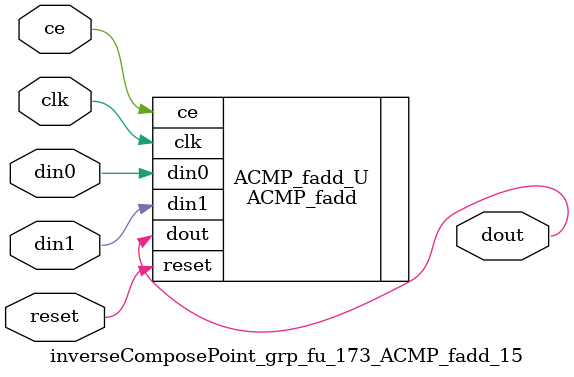
<source format=v>

`timescale 1 ns / 1 ps
module inverseComposePoint_grp_fu_173_ACMP_fadd_15(
    clk,
    reset,
    ce,
    din0,
    din1,
    dout);

parameter ID = 32'd1;
parameter NUM_STAGE = 32'd1;
parameter din0_WIDTH = 32'd1;
parameter din1_WIDTH = 32'd1;
parameter dout_WIDTH = 32'd1;
input clk;
input reset;
input ce;
input[din0_WIDTH - 1:0] din0;
input[din1_WIDTH - 1:0] din1;
output[dout_WIDTH - 1:0] dout;



ACMP_fadd #(
.ID( ID ),
.NUM_STAGE( 4 ),
.din0_WIDTH( din0_WIDTH ),
.din1_WIDTH( din1_WIDTH ),
.dout_WIDTH( dout_WIDTH ))
ACMP_fadd_U(
    .clk( clk ),
    .reset( reset ),
    .ce( ce ),
    .din0( din0 ),
    .din1( din1 ),
    .dout( dout ));

endmodule

</source>
